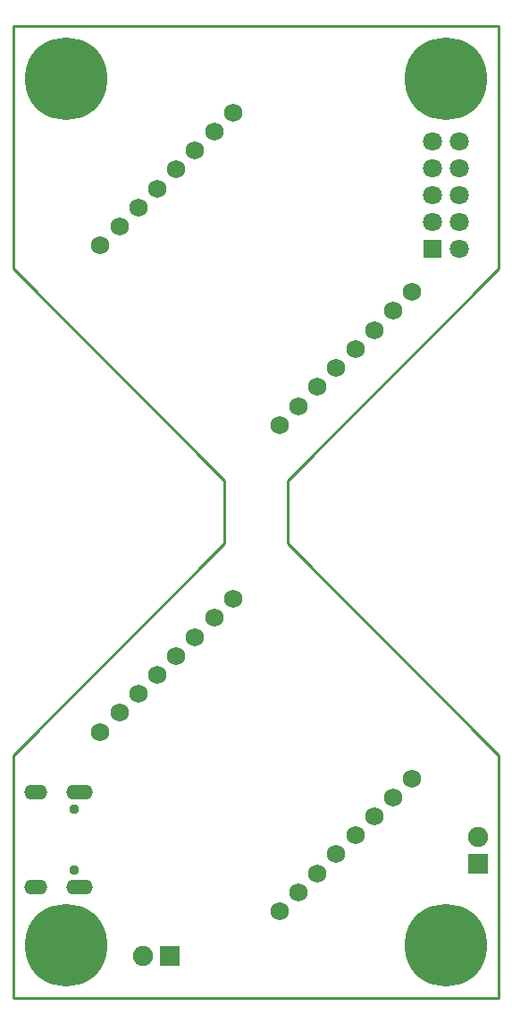
<source format=gts>
G04*
G04 #@! TF.GenerationSoftware,Altium Limited,Altium Designer,22.1.2 (22)*
G04*
G04 Layer_Color=8388736*
%FSLAX25Y25*%
%MOIN*%
G70*
G04*
G04 #@! TF.SameCoordinates,38FC0847-7AA4-42F0-B2C1-92E1326FFF72*
G04*
G04*
G04 #@! TF.FilePolarity,Negative*
G04*
G01*
G75*
%ADD10C,0.01000*%
%ADD11C,0.06800*%
%ADD12C,0.30800*%
%ADD13C,0.04800*%
%ADD14R,0.07099X0.07099*%
%ADD15C,0.07099*%
%ADD16O,0.09855X0.05524*%
%ADD17O,0.08674X0.05524*%
%ADD18C,0.03753*%
%ADD19R,0.07493X0.07493*%
%ADD20C,0.07493*%
D10*
X102362Y169291D02*
Y192913D01*
X78740Y169291D02*
Y192913D01*
X0Y271654D02*
X78740Y192913D01*
X0Y271654D02*
Y362205D01*
Y90551D02*
X78740Y169291D01*
X102362Y192913D02*
X181102Y271654D01*
X102362Y169291D02*
X181102Y90551D01*
X0Y362205D02*
X181102D01*
X0Y0D02*
X181102D01*
Y90551D01*
Y271654D02*
Y362205D01*
X0Y0D02*
Y90551D01*
X102362Y169291D02*
Y192913D01*
X78740Y169291D02*
Y192913D01*
X0Y271654D02*
X78740Y192913D01*
X0Y271654D02*
Y362205D01*
Y90551D02*
X78740Y169291D01*
X102362Y192913D02*
X181102Y271654D01*
X102362Y169291D02*
X181102Y90551D01*
X0Y362205D02*
X181102D01*
X0Y0D02*
X181102D01*
Y90551D01*
Y271654D02*
Y362205D01*
X0Y0D02*
Y90551D01*
D11*
X81893Y148706D02*
D03*
X74822Y141635D02*
D03*
X67751Y134564D02*
D03*
X60680Y127493D02*
D03*
X53609Y120422D02*
D03*
X46538Y113351D02*
D03*
X39467Y106280D02*
D03*
X32396Y99209D02*
D03*
X99209Y32396D02*
D03*
X148706Y81893D02*
D03*
X141635Y74822D02*
D03*
X134564Y67751D02*
D03*
X127493Y60680D02*
D03*
X120422Y53609D02*
D03*
X113351Y46538D02*
D03*
X106280Y39467D02*
D03*
X81893Y329809D02*
D03*
X74822Y322738D02*
D03*
X67751Y315667D02*
D03*
X60680Y308596D02*
D03*
X53609Y301525D02*
D03*
X46538Y294454D02*
D03*
X39467Y287382D02*
D03*
X32396Y280311D02*
D03*
X99209Y213498D02*
D03*
X148706Y262996D02*
D03*
X141635Y255925D02*
D03*
X134564Y248854D02*
D03*
X127493Y241782D02*
D03*
X120422Y234712D02*
D03*
X113351Y227640D02*
D03*
X106280Y220569D02*
D03*
D12*
X161417Y342520D02*
D03*
X19685D02*
D03*
X161417Y19685D02*
D03*
X19685D02*
D03*
D13*
X172017Y342520D02*
D03*
X166717Y333340D02*
D03*
X156117D02*
D03*
X150817Y342520D02*
D03*
X156117Y351700D02*
D03*
X166717D02*
D03*
X30285Y342520D02*
D03*
X24985Y333340D02*
D03*
X14385D02*
D03*
X9085Y342520D02*
D03*
X14385Y351700D02*
D03*
X24985D02*
D03*
X172017Y19685D02*
D03*
X166717Y10505D02*
D03*
X156117D02*
D03*
X150817Y19685D02*
D03*
X156117Y28865D02*
D03*
X166717D02*
D03*
X30285Y19685D02*
D03*
X24985Y10505D02*
D03*
X14385D02*
D03*
X9085Y19685D02*
D03*
X14385Y28865D02*
D03*
X24985D02*
D03*
D14*
X156417Y279213D02*
D03*
D15*
X166417D02*
D03*
X156417Y289213D02*
D03*
X166417D02*
D03*
X156417Y299213D02*
D03*
X166417D02*
D03*
X156417Y309213D02*
D03*
X166417D02*
D03*
X156417Y319213D02*
D03*
X166417D02*
D03*
D16*
X24704Y41338D02*
D03*
X24704Y76771D02*
D03*
D17*
X8365Y76772D02*
D03*
X8365Y41339D02*
D03*
D18*
X22736Y70434D02*
D03*
Y47678D02*
D03*
D19*
X173228Y50118D02*
D03*
X58150Y15748D02*
D03*
D20*
X173228Y60118D02*
D03*
X48150Y15748D02*
D03*
M02*

</source>
